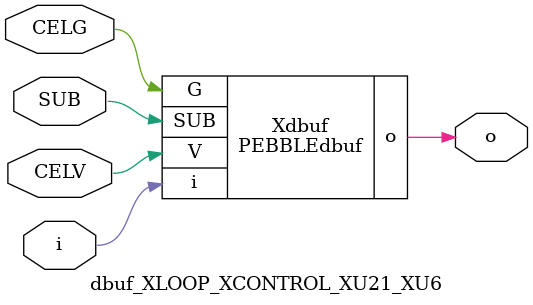
<source format=v>



module PEBBLEdbuf ( o, G, SUB, V, i );

  input V;
  input i;
  input G;
  output o;
  input SUB;
endmodule

//Celera Confidential Do Not Copy dbuf_XLOOP_XCONTROL_XU21_XU6
//Celera Confidential Symbol Generator
//Digital Buffer
module dbuf_XLOOP_XCONTROL_XU21_XU6 (CELV,CELG,i,o,SUB);
input CELV;
input CELG;
input i;
input SUB;
output o;

//Celera Confidential Do Not Copy dbuf
PEBBLEdbuf Xdbuf(
.V (CELV),
.i (i),
.o (o),
.SUB (SUB),
.G (CELG)
);
//,diesize,PEBBLEdbuf

//Celera Confidential Do Not Copy Module End
//Celera Schematic Generator
endmodule

</source>
